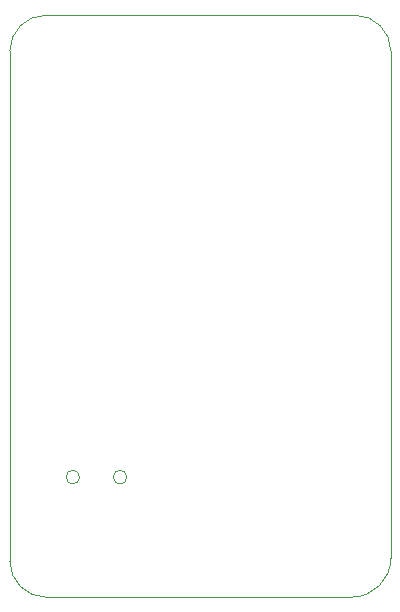
<source format=gbr>
%TF.GenerationSoftware,KiCad,Pcbnew,(5.1.8)-1*%
%TF.CreationDate,2021-05-13T19:04:10-07:00*%
%TF.ProjectId,Astromech3.0,41737472-6f6d-4656-9368-332e302e6b69,rev?*%
%TF.SameCoordinates,Original*%
%TF.FileFunction,Profile,NP*%
%FSLAX46Y46*%
G04 Gerber Fmt 4.6, Leading zero omitted, Abs format (unit mm)*
G04 Created by KiCad (PCBNEW (5.1.8)-1) date 2021-05-13 19:04:10*
%MOMM*%
%LPD*%
G01*
G04 APERTURE LIST*
%TA.AperFunction,Profile*%
%ADD10C,0.050000*%
%TD*%
G04 APERTURE END LIST*
D10*
X156532000Y-93218000D02*
G75*
G03*
X156532000Y-93218000I-576000J0D01*
G01*
X160528000Y-93218000D02*
G75*
G03*
X160528000Y-93218000I-576000J0D01*
G01*
X153670000Y-103378000D02*
G75*
G02*
X150622000Y-100330000I0J3048000D01*
G01*
X182880000Y-100076000D02*
G75*
G02*
X179578000Y-103378000I-3302000J0D01*
G01*
X179832000Y-54102000D02*
G75*
G02*
X182880000Y-57150000I0J-3048000D01*
G01*
X150622000Y-57150000D02*
G75*
G02*
X153670000Y-54102000I3048000J0D01*
G01*
X153670000Y-54102000D02*
X179832000Y-54102000D01*
X150622000Y-100330000D02*
X150622000Y-57150000D01*
X179578000Y-103378000D02*
X153670000Y-103378000D01*
X182880000Y-57150000D02*
X182880000Y-100076000D01*
M02*

</source>
